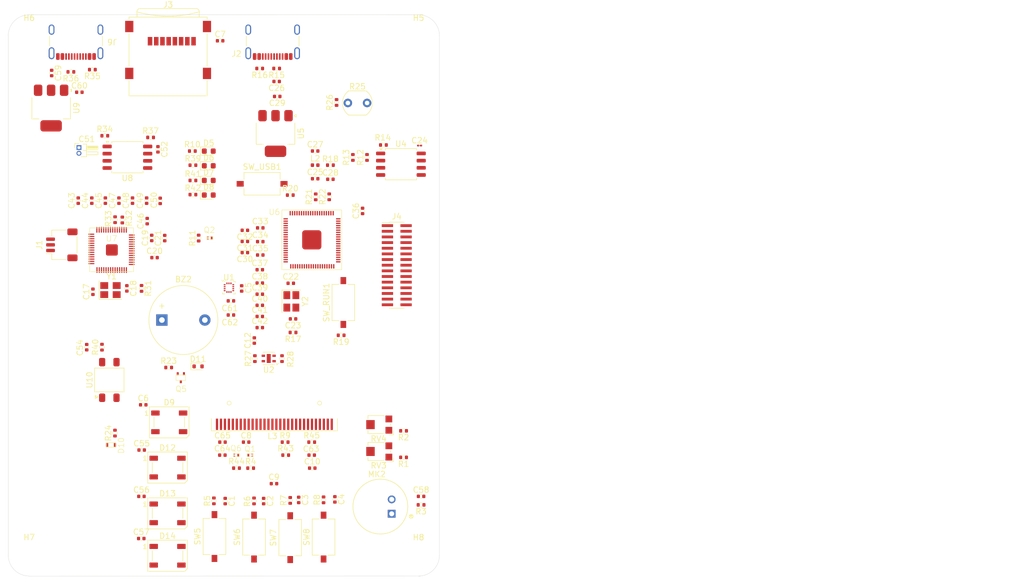
<source format=kicad_pcb>
(kicad_pcb (version 20241229) (generator "pcbnew") (generator_version "9.0")
  (layers (0 "F.Cu" signal) (4 "In1.Cu" signal) (6 "In2.Cu" signal) (2 "B.Cu" signal) (13 "F.Paste" user) (15 "B.Paste" user) (5 "F.SilkS" user "F.Silkscreen") (7 "B.SilkS" user "B.Silkscreen") (1 "F.Mask" user) (3 "B.Mask" user) (25 "Edge.Cuts" user))
  (net 0 "")
  (net 1 "+3V3")
  (net 2 "Net-(BZ2--)")
  (net 3 "GND")
  (net 4 "GP_SW1")
  (net 5 "GPI_SW2")
  (net 6 "GP_SW3")
  (net 7 "GP_SW4")
  (net 8 "VBUS")
  (net 9 "VDD")
  (net 10 "Net-(L3-VCC)")
  (net 11 "/debugger_RP2040/XIN")
  (net 12 "Net-(C18-Pad1)")
  (net 13 "+1V1")
  (net 14 "/MCU_RP2350/XIN")
  (net 15 "Net-(C23-Pad1)")
  (net 16 "Net-(U6-VREG_AVDD)")
  (net 17 "Net-(U7-ADC_AVDD)")
  (net 18 "Net-(C43-Pad2)")
  (net 19 "/debugger_RP2040/~{USB_BOOT}")
  (net 20 "Net-(U10-Vcc)")
  (net 21 "Net-(MK2-+)")
  (net 22 "MIC_ADC")
  (net 23 "Net-(U9-VO)")
  (net 24 "Net-(L3-VCOMH)")
  (net 25 "Net-(L3-C1N)")
  (net 26 "Net-(L3-C1P)")
  (net 27 "Net-(L3-C2P)")
  (net 28 "Net-(L3-C2N)")
  (net 29 "Net-(D5-K)")
  (net 30 "Net-(D6-K)")
  (net 31 "Net-(D7-K)")
  (net 32 "Net-(D8-K)")
  (net 33 "GP_LED_END")
  (net 34 "Net-(D12-DIN)")
  (net 35 "Net-(D10-K)")
  (net 36 "Net-(D12-DOUT)")
  (net 37 "Net-(D13-DOUT)")
  (net 39 "SWCLK")
  (net 40 "/debugger_RP2040/USB_D-")
  (net 41 "Net-(J2-CC1)")
  (net 42 "/debugger_RP2040/USB_D+")
  (net 43 "Net-(J2-CC2)")
  (net 48 "GP_SD_DAT3")
  (net 49 "CLK")
  (net 50 "GP_SD_DAT1")
  (net 51 "GP_SD_DAT0")
  (net 52 "GP_SD_DAT2")
  (net 53 "GP_SD_CMD")
  (net 54 "/MCU_RP2350/GPIO31")
  (net 55 "/MCU_RP2350/GPIO45_ADC5")
  (net 56 "SWDIO")
  (net 57 "/MCU_RP2350/GPIO46_ADC6")
  (net 58 "/MCU_RP2350/GPIO39")
  (net 59 "/MCU_RP2350/GPIO36")
  (net 60 "/MCU_RP2350/GPIO47_ADC7")
  (net 61 "/MCU_RP2350/RUN")
  (net 62 "/MCU_RP2350/GPIO35")
  (net 63 "/MCU_RP2350/GPIO30")
  (net 64 "/MCU_RP2350/GPIO38")
  (net 65 "/MCU_RP2350/GPIO44_ADC4")
  (net 66 "/MCU_RP2350/GPIO37")
  (net 67 "/MCU_RP2350/GPIO34")
  (net 68 "/MCU_RP2350/USB_D+")
  (net 69 "/MCU_RP2350/USB_D-")
  (net 70 "Net-(U6-VREG_LX)")
  (net 71 "GP_TELA")
  (net 72 "Net-(Q1-D)")
  (net 74 "GP_MOSFET")
  (net 75 "Net-(Q5-B)")
  (net 76 "Net-(L3-VDDB)")
  (net 77 "Net-(R1-Pad2)")
  (net 78 "VCC")
  (net 79 "Net-(R2-Pad2)")
  (net 80 "MOSI")
  (net 81 "GP_RED_LED")
  (net 82 "/MCU_RP2350/QSPI_SS")
  (net 83 "/MCU_RP2350/FLASH_SS")
  (net 84 "/MCU_RP2350/GPIO21")
  (net 85 "/MCU_RP2350/XOUT")
  (net 86 "Net-(R19-Pad1)")
  (net 87 "Net-(U6-QSPI_SS)")
  (net 88 "/MCU_RP2350/~{USB_BOOT}")
  (net 89 "Net-(U6-USB_DP)")
  (net 90 "Net-(U6-USD_DM)")
  (net 91 "GP_BUZZER")
  (net 92 "GP_IR_EMITTER")
  (net 93 "Net-(R25-Pad1)")
  (net 94 "ADC_LDR")
  (net 95 "I2C_SDA")
  (net 96 "I2C_SCL")
  (net 97 "/debugger_RP2040/XOUT")
  (net 98 "Net-(U7-USB_DM)")
  (net 99 "Net-(U7-USB_DP)")
  (net 100 "/debugger_RP2040/QSPI_SS")
  (net 101 "GP_YELLOW_LED")
  (net 102 "GP_GREEN_LED")
  (net 103 "GP_BLUE_LED")
  (net 104 "SCLK")
  (net 105 "Net-(L3-IREF)")
  (net 106 "ADC_TRIM1")
  (net 107 "ADC_TRIM2")
  (net 108 "Net-(U6-RUN)")
  (net 109 "CS_ACCEL")
  (net 110 "MISO")
  (net 111 "ACEL_INT2")
  (net 112 "ACEL_INT1")
  (net 113 "/MCU_RP2350/QSPI_SD2")
  (net 114 "/MCU_RP2350/QSPI_SD3")
  (net 115 "/MCU_RP2350/QSPI_SD0")
  (net 116 "/MCU_RP2350/QSPI_SCLK")
  (net 117 "/MCU_RP2350/QSPI_SD1")
  (net 118 "CS_TELA")
  (net 119 "GP_EMITTER")
  (net 120 "RES#_TELA")
  (net 121 "UART0 RX")
  (net 122 "UART0 TX")
  (net 123 "GP_SW2")
  (net 124 "GP_IR_RECEIVER")
  (net 125 "/debugger_RP2040/QSPI_SD2")
  (net 126 "/debugger_RP2040/QSPI_SD0")
  (net 127 "/debugger_RP2040/QSPI_SD1")
  (net 128 "/debugger_RP2040/QSPI_SCLK")
  (net 129 "/debugger_RP2040/QSPI_SD3")
  (net 163 "Net-(J6-CC2)")
  (net 164 "Net-(J6-CC1)")
  (footprint "Crystal:Crystal_SMD_Abracon_ABM8AIG-4Pin_3.2x2.5mm" (layer "F.Cu") (at 132.2 89.7)
    (property "Reference" "Y1")
    (property "Value" "ABM8-272-T3")
  )
  (footprint "Resistor_SMD:R_0402_1005Metric" (layer "F.Cu") (at 146.6875 65.11)
    (property "Reference" "R10")
    (property "Value" "220")
  )
  (footprint "Display:OLED-128O064D" (layer "F.Cu") (at 161.2 113.445)
    (property "Reference" "L3")
    (property "Value" "~")
  )
  (footprint "Package_LGA:LGA-14_2x2mm_P0.35mm_LayoutBorder3x4y" (layer "F.Cu") (at 153.1625 89.275)
    (property "Reference" "U1")
    (property "Value" "LIS2DH12TR")
  )
  (footprint "Resistor_SMD:R_0402_1005Metric" (layer "F.Cu") (at 142.5 103.4)
    (property "Reference" "R23")
    (property "Value" "180")
  )
  (footprint "Capacitor_SMD:C_0402_1005Metric" (layer "F.Cu") (at 141.8 80.5 90)
    (property "Reference" "C21")
    (property "Value" "100n")
  )
  (footprint "Capacitor_SMD:C_0402_1005Metric" (layer "F.Cu") (at 152 118.9)
    (property "Reference" "C64")
    (property "Value" "1u")
  )
  (footprint "Button_Switch_SMD:SW_Tactile_SPST_NO_Straight_CK_PTS636Sx25SMTRLFS" (layer "F.Cu") (at 157.6 133.4 90)
    (property "Reference" "SW6")
    (property "Value" "SW_Push")
  )
  (footprint "Resistor_SMD:R_0402_1005Metric" (layer "F.Cu") (at 184.05 114.6 180)
    (property "Reference" "R2")
    (property "Value" "200")
  )
  (footprint "Button_Switch_SMD:SW_Tactile_SPST_NO_Straight_CK_PTS636Sx25SMTRLFS" (layer "F.Cu") (at 159.025 70.9)
    (property "Reference" "SW_USB1")
    (property "Value" "SW_Push")
  )
  (footprint "Connector_Card:microSD_HC_Wuerth_693072010801" (layer "F.Cu") (at 142.4 47.2225)
    (property "Reference" "J3")
    (property "Value" "Micro_SD_Card")
  )
  (footprint "Resistor_SMD:R_0402_1005Metric" (layer "F.Cu") (at 154.5 121.2 180)
    (property "Reference" "R44")
    (property "Value" "47K")
  )
  (footprint "Capacitor_SMD:C_0402_1005Metric" (layer "F.Cu") (at 138 110)
    (property "Reference" "C6")
    (property "Value" "100n")
  )
  (footprint "Crystal:Crystal_SMD_Abracon_ABM8AIG-4Pin_3.2x2.5mm" (layer "F.Cu") (at 164.2 91.7 -90)
    (property "Reference" "Y2")
    (property "Value" "ABM8-272-T3")
  )
  (footprint "Capacitor_SMD:C_0402_1005Metric" (layer "F.Cu") (at 137.68 126.2)
    (property "Reference" "C56")
    (property "Value" "100n")
  )
  (footprint "Resistor_SMD:R_0402_1005Metric" (layer "F.Cu") (at 150.5 126.99 90)
    (property "Reference" "R5")
    (property "Value" "10k")
  )
  (footprint "Connector_USB:USB_C_Receptacle_GCT_USB4105-xx-A_16P_TopMnt_Horizontal" (layer "F.Cu") (at 160.9 44.7 180)
    (property "Reference" "J2")
    (property "Value" "USB_C_Receptacle_USB2.0_16P")
  )
  (footprint "Capacitor_SMD:C_0402_1005Metric" (layer "F.Cu") (at 168.41 65.1)
    (property "Reference" "C27")
    (property "Value" "4.7u")
  )
  (footprint "Resistor_SMD:R_0402_1005Metric" (layer "F.Cu") (at 173.01 97.7 180)
    (property "Reference" "R19")
    (property "Value" "1k")
  )
  (footprint "Connector_JST:JST_SH_SM03B-SRSS-TB_1x03-1MP_P1.00mm_Horizontal" (layer "F.Cu") (at 123.6 81.7 90)
    (property "Reference" "J1")
    (property "Value" "SM03B-SRSS-TB")
  )
  (footprint "Resistor_SMD:R_0402_1005Metric" (layer "F.Cu") (at 170.9 73.2 90)
    (property "Reference" "R22")
    (property "Value" "27")
  )
  (footprint "Resistor_SMD:R_0402_1005Metric" (layer "F.Cu") (at 146.7875 70.31)
    (property "Reference" "R41")
    (property "Value" "220")
  )
  (footprint "Resistor_SMD:R_0402_1005Metric" (layer "F.Cu") (at 161.6 50.5 180)
    (property "Reference" "R15")
    (property "Value" "5.1k")
  )
  (footprint "Capacitor_SMD:C_0402_1005Metric" (layer "F.Cu") (at 159.3 127.025 -90)
    (property "Reference" "C2")
    (property "Value" "~")
  )
  (footprint "componentes_personalizados:mosfet-DMN2600UFB-7" (layer "F.Cu") (at 149.8 83.4875)
    (property "Reference" "Q2")
    (property "Value" "Q_NMOS_GSD")
  )
  (footprint "LED_SMD:LED_WS2812B_PLCC4_5.0x5.0mm_P3.2mm" (layer "F.Cu") (at 142.3 136.7)
    (property "Reference" "D14")
    (property "Value" "WS2812B")
  )
  (footprint "Connector_PinHeader_1.00mm:PinHeader_1x02_P1.00mm_Horizontal" (layer "F.Cu") (at 126.625 64.5)
    (property "Reference" "C51")
    (property "Value" "~")
  )
  (footprint "Resistor_SMD:R_0402_1005Metric" (layer "F.Cu") (at 164.01 72.9)
    (property "Reference" "R20")
    (property "Value" "1k")
  )
  (footprint "Inductor_SMD:L_0402_1005Metric" (layer "F.Cu") (at 168.41 67.6)
    (property "Reference" "L2")
    (property "Value" "3.3u")
  )
  (footprint "Capacitor_SMD:C_0402_1005Metric" (layer "F.Cu") (at 156.2 116.6)
    (property "Reference" "C8")
    (property "Value" "1u")
  )
  (footprint "componentes_personalizados:MIC_CMA-4544PF-W" (layer "F.Cu") (at 179.95 128)
    (property "Reference" "MK2")
    (property "Value" "CMA-4544PF-W")
  )
  (footprint "Capacitor_SMD:C_0402_1005Metric" (layer "F.Cu") (at 129.1 90 90)
    (property "Reference" "C17")
    (property "Value" "15P")
  )
  (footprint "Resistor_SMD:R_0402_1005Metric" (layer "F.Cu") (at 184.05 119.3 180)
    (property "Reference" "R1")
    (property "Value" "200")
  )
  (footprint "Capacitor_SMD:C_0402_1005Metric" (layer "F.Cu") (at 137.65 133.65)
    (property "Reference" "C57")
    (property "Value" "100n")
  )
  (footprint "Diode_SMD:D_SOD-523" (layer "F.Cu") (at 147.7 103.2)
    (property "Reference" "D11")
    (property "Value" "7V")
  )
  (footprint "Resistor_SMD:R_0402_1005Metric" (layer "F.Cu") (at 129 50.7 180)
    (property "Reference" "R35")
    (property "Value" "5.1k")
  )
  (footprint "componentes_personalizados:RP2350B" (layer "F.Cu") (at 168 83.3)
    (property "Reference" "U6")
    (property "Value" "~")
  )
  (footprint "Capacitor_SMD:C_0402_1005Metric" (layer "F.Cu") (at 161.6 52.8 180)
    (property "Reference" "C26")
    (property "Value" "10u")
  )
  (footprint "Capacitor_SMD:C_0402_1005Metric" (layer "F.Cu") (at 152.5 127.025 -90)
    (property "Reference" "C1")
    (property "Value" "~")
  )
  (footprint "Capacitor_SMD:C_0402_1005Metric" (layer "F.Cu") (at 158.62 92.4)
    (property "Reference" "C40")
    (property "Value" "100n")
  )
  (footprint "Capacitor_SMD:C_0402_1005Metric" (layer "F.Cu") (at 138.7 77.5 90)
    (property "Reference" "C46")
    (property "Value" "1u")
  )
  (footprint "Capacitor_SMD:C_0402_1005Metric" (layer "F.Cu") (at 126.5 73.88 90)
    (property "Reference" "C43")
    (property "Value" "100n")
  )
  (footprint "Capacitor_SMD:C_0402_1005Metric" (layer "F.Cu") (at 158.62 94.37)
    (property "Reference" "C41")
    (property "Value" "100n")
  )
  (footprint "Resistor_SMD:R_0402_1005Metric" (layer "F.Cu") (at 134.3 77.3 -90)
    (property "Reference" "R32")
    (property "Value" "27.4")
  )
  (footprint "Resistor_SMD:R_0402_1005Metric" (layer "F.Cu") (at 167.8 116.6)
    (property "Reference" "R45")
    (property "Value" "560K")
  )
  (footprint "Resistor_SMD:R_0402_1005Metric" (layer "F.Cu") (at 171.11 67.6 180)
    (property "Reference" "R18")
    (property "Value" "33")
  )
  (footprint "Capacitor_SMD:C_0402_1005Metric" (layer "F.Cu") (at 153.5125 94.1125)
    (property "Reference" "C62")
    (property "Value" "0.1u")
  )
  (footprint "componentes_personalizados:transistor - DTC014E SOT-416FL" (layer "F.Cu") (at 144.7 105.2 180)
    (property "Reference" "Q5")
    (property "Value" "NPN")
  )
  (footprint "Capacitor_SMD:C_0402_1005Metric" (layer "F.Cu") (at 158.7 81.13)
    (property "Reference" "C34")
    (property "Value" "100n")
  )
  (footprint "Capacitor_SMD:C_0402_1005Metric" (layer "F.Cu") (at 158.62 86.1)
    (property "Reference" "C37")
    (property "Value" "100n")
  )
  (footprint "Button_Switch_SMD:SW_Tactile_SPST_NO_Straight_CK_PTS636Sx25SMTRLFS" (layer "F.Cu") (at 164 133.5 90)
    (property "Reference" "SW7")
    (property "Value" "SW_Push")
  )
  (footprint "componentes_personalizados:mosfet-DMN2600UFB-7" (layer "F.Cu") (at 154.5 121.9)
    (property "Reference" "Q6")
    (property "Value" "Q_NMOS_SGD")
  )
  (footprint "Resistor_SMD:R_0402_1005Metric" (layer "F.Cu") (at 164 126.91 90)
    (property "Reference" "R7")
    (property "Value" "10k")
  )
  (footprint "Resistor_SMD:R_0402_1005Metric" (layer "F.Cu") (at 133.02 77.25125 -90)
    (property "Reference" "R33")
    (property "Value" "27.4")
  )
  (footprint "Capacitor_SMD:C_0402_1005Metric" (layer "F.Cu") (at 155.98 83.07 180)
    (property "Reference" "C30")
    (property "Value" "100n")
  )
  (footprint "Capacitor_SMD:C_0402_1005Metric" (layer "F.Cu") (at 140.6 64.8 -90)
    (property "Reference" "C52")
    (property "Value" "100n")
  )
  (footprint "Resistor_SMD:R_0402_1005Metric" (layer "F.Cu") (at 157.75 101.825 90)
    (property "Reference" "R27")
    (property "Value" "4.7k")
  )
  (footprint "Resistor_SMD:R_0402_1005Metric" (layer "F.Cu") (at 157.6 127 90)
    (property "Reference" "R6")
    (property "Value" "10k")
  )
  (footprint "OptoDevice:R_LDR_5.1x4.3mm_P3.4mm_Vertical" (layer "F.Cu") (at 174.2 56.6)
    (property "Reference" "R25")
    (property "Value" "LDR07")
  )
  (footprint "LED_SMD:LED_WS2812B_PLCC4_5.0x5.0mm_P3.2mm" (layer "F.Cu") (at 142.3 121.1)
    (property "Reference" "D12")
    (property "Value" "WS2812B")
  )
  (footprint "Capacitor_SMD:C_0402_1005Metric" (layer "F.Cu") (at 135.1 89.4 -90)
    (property "Reference" "C18")
    (property "Value" "15P")
  )
  (footprint "Resistor_SMD:R_0402_1005Metric" (layer "F.Cu") (at 163.2 118.9)
    (property "Reference" "R43")
    (property "Value" "4.7K")
  )
  (footprint "Capacitor_SMD:C_0402_1005Metric" (layer "F.Cu") (at 139.5 80.48 90)
    (property "Reference" "C19")
    (property "Value" "100n")
  )
  (footprint "Capacitor_SMD:C_0402_1005Metric" (layer "F.Cu") (at 158.7 83.5)
    (property "Reference" "C35")
    (property "Value" "100n")
  )
  (footprint "Capacitor_SMD:C_0402_1005Metric" (layer "F.Cu") (at 167.8 118.9)
    (property "Reference" "C63")
    (property "Value" "4.7uF")
  )
  (footprint "componentes_personalizados:IR_emitter_B13V1IR--20C000114U1930" (layer "F.Cu") (at 129.3 117.2 -90)
    (property "Reference" "D10")
    (property "Value" "IRL81A")
  )
  (footprint "Capacitor_SMD:C_0402_1005Metric" (layer "F.Cu") (at 158.62 88.46)
    (property "Reference" "C38")
    (property "Value" "100n")
  )
  (footprint "MountingHole:MountingHole_2.2mm_M2" (layer "F.Cu") (at 186.7 44.7)
    (property "Reference" "H5")
    (property "Value" "MountingHole")
  )
  (footprint "Capacitor_SMD:C_0402_1005Metric" (layer "F.Cu") (at 137.72 118)
    (property "Reference" "C55")
    (property "Value" "100n")
  )
  (footprint "LED_SMD:LED_WS2812B_PLCC4_5.0x5.0mm_P3.2mm" (layer "F.Cu") (at 142.3 129.2)
    (property "Reference" "D13")
    (property "Value" "WS2812B")
  )
  (footprint "Capacitor_SMD:C_0402_1005Metric" (layer "F.Cu") (at 136.1 73.88 90)
    (property "Reference" "C48")
    (property "Value" "100n")
  )
  (footprint "LED_SMD:LED_WS2812B_PLCC4_5.0x5.0mm_P3.2mm" (layer "F.Cu") (at 142.6 113.1)
    (property "Reference" "D9")
    (property "Value" "WS2812B")
  )
  (footprint "Button_Switch_SMD:SW_Tactile_SPST_NO_Straight_CK_PTS636Sx25SMTRLFS" (layer "F.Cu") (at 169.9 133.4 90)
    (property "Reference" "SW8")
    (property "Value" "SW_Push")
  )
  (footprint "Capacitor_SMD:C_0402_1005Metric" (layer "F.Cu") (at 155.4125 89.4125 90)
    (property "Reference" "C5")
    (property "Value" "0.1u")
  )
  (footprint "Potentiometer_SMD:Potentiometer_Bourns_TC33X_Vertical" (layer "F.Cu") (at 179.65 118.25 180)
    (property "Reference" "RV3")
    (property "Value" "2k")
  )
  (footprint "Capacitor_SMD:C_0402_1005Metric" (layer "F.Cu") (at 152.02 116.6)
    (property "Reference" "C65")
    (property "Value" "1u")
  )
  (footprint "Capacitor_SMD:C_0402_1005Metric" (layer "F.Cu") (at 158.62 96.34)
    (property "Reference" "C42")
    (property "Value" "100n")
  )
  (footprint "Capacitor_SMD:C_0402_1005Metric" (layer "F.Cu") (at 155.98 81.1 180)
    (property "Reference" "C31")
    (property "Value" "4.7u")
  )
  (footprint "Resistor_SMD:R_0402_1005Metric" (layer "F.Cu") (at 131.2 62.4)
    (property "Reference" "R34")
    (property "Value" "1K")
  )
  (footprint "Capacitor_SMD:C_0402_1005Metric" (layer "F.Cu") (at 155.98 79.13 180)
    (property "Reference" "C32")
    (property "Value" "100n")
  )
  (footprint "MountingHole:MountingHole_2.2mm_M2" (layer "F.Cu") (at 186.7 136.6)
    (property "Reference" "H8")
    (property "Value" "MountingHole")
  )
  (footprint "Resistor_SMD:R_0402_1005Metric" (layer "F.Cu") (at 137.7 89.4 -90)
    (property "Reference" "R31")
    (property "Value" "1k")
  )
  (footprint "Capacitor_SMD:C_0402_1005Metric" (layer "F.Cu") (at 153.5125 91.6125)
    (property "Reference" "C61")
    (property "Value" "10u")
  )
  (footprint "Capacitor_SMD:C_0402_1005Metric" (layer "F.Cu") (at 128 99.8 -90)
    (property "Reference" "C54")
    (property "Value" "0.22u")
  )
  (footprint "Capacitor_SMD:C_0402_1005Metric" (layer "F.Cu") (at 164.1 88.5)
    (property "Reference" "C22")
    (property "Value" "15p")
  )
  (footprint "Capacitor_SMD:C_0402_1005Metric" (layer "F.Cu") (at 151.6 45.6)
    (property "Reference" "C7")
    (property "Value" "10u")
  )
  (footprint "Capacitor_SMD:C_0402_1005Metric" (layer "F.Cu") (at 187.15 126.2)
    (property "Reference" "C58")
    (property "Value" "1u")
  )
  (footprint "Potentiometer_SMD:Potentiometer_Bourns_TC33X_Vertical" (layer "F.Cu") (at 179.65 113.5 180)
    (property "Reference" "RV4")
    (property "Value" "2k")
  )
  (footprint "MountingHole:MountingHole_2.2mm_M2" (layer "F.Cu") (at 117.808161 44.7)
    (property "Reference" "H6")
    (property "Value" "MountingHole")
  )
  (footprint "Resistor_SMD:R_0402_1005Metric" (layer "F.Cu") (at 162.55 101.825 90)
    (property "Reference" "R28")
    (property "Value" "4.7k")
  )
  (footprint "Capacitor_SMD:C_0402_1005Metric" (layer "F.Cu") (at 157.65 98.625 90)
    (property "Reference" "C12")
    (property "Value" "0.1u")
  )
  (footprint "componentes_personalizados:RP2040" (layer "F.Cu") (at 132.4 82.6)
    (property "Reference" "U7")
    (property "Value" "RP2040")
  )
  (footprint "Capacitor_SMD:C_0402_1005Metric" (layer "F.Cu") (at 164.5 94.8 180)
    (property "Reference" "C23")
    (property "Value" "15p")
  )
  (footprint "Resistor_SMD:R_0402_1005Metric" (layer "F.Cu") (at 146.7875 72.81)
    (property "Reference" "R42")
    (property "Value" "220")
  )
  (footprint "Resistor_SMD:R_0402_1005Metric" (layer "F.Cu") (at 175.0875 66.235 90)
    (property "Reference" "R13")
    (property "Value" "DNF")
  )
  (footprint "Resistor_SMD:R_0402_1005Metric" (layer "F.Cu") (at 139.3 62.7)
    (property "Reference" "R37")
    (property "Value" "DNF")
  )
  (footprint "Resistor_SMD:R_0402_1005Metric" (layer "F.Cu") (at 172.2 56.51 -90)
    (property "Reference" "R26")
    (property "Value" "1k")
  )
  (footprint "Resistor_SMD:R_0402_1005Metric" (layer "F.Cu") (at 125.2 51.1 180)
    (property "Reference" "R36")
    (property "Value" "5.1k")
  )
  (footprint "OptoDevice:Everlight_IRM-H6xxT" (layer "F.Cu") (at 132 105.6 90)
    (property "Reference" "U10")
    (property "Value" "IRM-H6xxT")
  )
  (footprint "Capacitor_SMD:C_0402_1005Metric" (layer "F.Cu") (at 161.7 55.45 180)
    (property "Reference" "C29")
    (property "Value" "10u")
  )
  (footprint "Capacitor_SMD:C_0402_1005Metric" (layer "F.Cu") (at 141 73.92 90)
    (property "Reference" "C50")
    (property "Value" "100n")
  )
  (footprint "Buzzer_Beeper:Buzzer_12x9.5RM7.6" (layer "F.Cu") (at 141.3 95)
    (property "Reference" "BZ2")
    (property "Value" "Buzzer")
  )
  (footprint "Capacitor_SMD:C_0402_1005Metric" (layer "F.Cu") (at 161.13 123.945)
    (property "Reference" "C9")
    (property "Value" "1u")
  )
  (footprint "Resistor_SMD:R_0402_1005Metric" (layer "F.Cu") (at 177.5875 66.235 90)
    (property "Reference" "R12")
    (property "Value" "DNF")
  )
  (footprint "Resistor_SMD:R_0402_1005Metric" (layer "F.Cu") (at 169.9 126.81 90)
    (property "Reference" "R8")
    (property "Value" "10k")
  )
  (footprint "Resistor_SMD:R_0402_1005Metric" (layer "F.Cu") (at 157 121.2)
    (property "Reference" "R4")
    (property "Value" "47K")
  )
  (footprint "Capacitor_SMD:C_0402_1005Metric" (layer "F.Cu") (at 131.3 73.88 90)
    (property "Reference" "C45")
    (property "Value" "100n")
  )
  (footprint "LED_SMD:LED_0603_1608Metric" (layer "F.Cu") (at 149.5875 67.71)
    (property "Reference" "D6")
    (property "Value" "YELLOW_LED")
  )
  (footprint "Capacitor_SMD:C_0402_1005Metric" (layer "F.Cu") (at 126.7 54.7)
    (property "Reference" "C60")
    (property "Value" "10u")
  )
  (footprint "LED_SMD:LED_0603_1608Metric" (layer "F.Cu") (at 149.5875 72.89)
    (property "Reference" "D8")
    (property "Value" "BLUE_LED")
  )
  (footprint "Connector_PinHeader_1.00mm:PinHeader_2x15_P1.00mm_Vertical_SMD" (layer "F.Cu") (at 182.85 85.3)
    (property "Reference" "J4")
    (property "Value" "Conn_02x15_Odd_Even")
  )
  (footprint "Resistor_SMD:R_0402_1005Metric" (layer "F.Cu") (at 164.5 97.2 180)
    (property "Reference" "R17")
    (property "Value" "1k")
  )
  (footprint "Capacitor_SMD:C_0402_1005Metric" (layer "F.Cu") (at 168.41 70)
    (property "Reference" "C25")
    (property "Value" "4.7u")
  )
  (footprint "Package_SO:SOIC-8_5.3x5.3mm_P1.27mm" (layer "F.Cu") (at 135.2 66.2)
    (property "Reference" "U8")
    (property "Value" "W25Q128JVS")
  )
  (footprint "Resistor_SMD:R_0402_1005Metric" (layer "F.Cu") (at 168.51 73.21 90)
    (property "Reference" "R21")
    (property "Value" "27")
  )
  (footprint "Resistor_SMD:R_0402_1005Metric" (layer "F.Cu") (at 180.4875 64.035)
    (property "Reference" "R14")
    (property "Value" "DNF")
  )
  (footprint "Capacitor_SMD:C_0402_1005Metric" (layer "F.Cu") (at 165.5 126.825 -90)
    (property "Reference" "C3")
    (property "Value" "~")
  )
  (footprint "Capacitor_SMD:C_01005_0402Metric" (layer "F.Cu") (at 186.8875 64.135 180)
    (property "Reference" "C24")
    (property "Value" "100n")
  )
  (footprint "Capacitor_SMD:C_0402_1005Metric" (layer "F.Cu") (at 133.7 73.88 90)
    (property "Reference" "C47")
    (property "Value" "100n")
  )
  (footprint "LED_SMD:LED_0603_1608Metric" (layer "F.Cu") (at 149.5875 65.12)
    (property "Reference" "D5")
    (property "Value" "RED_LED")
  )
  (footprint "componentes_personalizados:mosfet-DMN2600UFB-7" (layer "F.Cu") (at 156.9 115.9 180)
    (property "Reference" "Q1")
    (property "Value" "Q_NMOS_SGD")
  )
  (footprint "Capacitor_SMD:C_0402_1005Metric" (layer "F.Cu") (at 128.9 73.88 90)
    (property "Reference" "C44")
    (property "Value" "100n")
  )
  (footprint "Resistor_SMD:R_0402_1005Metric" (layer "F.Cu") (at 158.6 50.5 180)
    (property "Reference" "R16")
    (property "Value" "5.1k")
  )
  (footprint "Package_TO_SOT_SMD:SOT-223-3_TabPin2" (layer "F.Cu") (at 161.4 62 -90)
    (property "Reference" "U5")
    (property "Value" "NCP1117-1.5_SOT223")
  )
  (footprint "Connector_USB:USB_C_Receptacle_GCT_USB4105-xx-A_16P_TopMnt_Horizontal" (layer "F.Cu") (at 126.1 44.7 180)
    (property "Reference" "J6")
    (property "Value" "USB_C_Receptacle_USB2.0_16P")
  )
  (footprint "Package_TO_SOT_SMD:SOT-223-3_TabPin2" (layer "F.Cu") (at 121.7 57.5 -90)
    (property "Reference" "U9")
    (property "Value" "NCP1117-1.5_SOT223")
  )
  (footprint "MountingHole:MountingHole_2.2mm_M2" (layer "F.Cu") (at 117.816295 136.583705)
    (property "Reference" "H7")
    (property "Value" "MountingHole")
  )
  (footprint "Resistor_SMD:R_0402_1005Metric" (layer "F.Cu") (at 130.7 99.8 90)
    (property "Reference" "R40")
    (property "Value" "100")
  )
  (footprint "Resistor_SMD:R_0402_1005Metric" (layer "F.Cu") (at 163.1 116.6)
    (property "Reference" "R9")
    (property "Value" "4.7K")
  )
  (footprint "Capacitor_SMD:C_0402_1005Metric" (layer "F.Cu") (at 171.9 126.725 -90)
    (property "Reference" "C4")
    (property "Value" "~")
  )
  (footprint "Package_SO:SOIC-8_5.3x5.3mm_P1.27mm" (layer "F.Cu") (at 183.5875 67.435)
    (property "Reference" "U4")
    (property "Value" "W25Q128JVS")
  )
  (footprint "Capacitor_SMD:C_0402_1005Metric" (layer "F.Cu") (at 158.7 78.7)
    (property "Reference" "C33")
    (property "Value" "100n")
  )
  (footprint "Capacitor_SMD:C_0402_1005Metric" (layer "F.Cu") (at 121.8 51.3 -90)
    (property "Reference" "C59")
    (property "Value" "10u")
  )
  (footprint "Resistor_SMD:R_0402_1005Metric" (layer "F.Cu") (at 133 115 90)
    (property "Reference" "R24")
    (property "Value" "220")
  )
  (footprint "Capacitor_SMD:C_0402_1005Metric" (layer "F.Cu") (at 176.8 75.7 90)
    (property "Reference" "C36")
    (property "Value" "10u")
  )
  (footprint "Resistor_SMD:R_0402_1005Metric" (layer "F.Cu") (at 147.8 80.5 -90)
    (property "Reference" "R11")
    (property "Value" "10k")
  )
  (footprint "LED_SMD:LED_0603_1608Metric" (layer "F.Cu") (at 149.5875 70.3)
    (property "Reference" "D7")
    (property "Value" "GREEN_LED")
  )
  (footprint "Resistor_SMD:R_0402_1005Metric" (layer "F.Cu") (at 187.15 127.7 180)
    (property "Reference" "R3")
    (property "Value" "2.2k")
  )
  (footprint "Capacitor_SMD:C_0402_1005Metric" (layer "F.Cu") (at 171.11 70.1)
    (property "Reference" "C28")
    (property "Value" "4.7u")
  )
  (footprint "Capacitor_SMD:C_0402_1005Metric" (layer "F.Cu") (at 167.9 121.2)
    (property "Reference" "C10")
    (property "Value" "2.2uF")
  )
  (footprint "Button_Switch_SMD:SW_Tactile_SPST_NO_Straight_CK_PTS636Sx25SMTRLFS" (layer "F.Cu") (at 173.4 91.9 90)
    (property "Reference" "SW_RUN1")
    (property "Value" "SW_Push")
  )
  (footprint "Capacitor_SMD:C_0402_1005Metric" (layer "F.Cu") (at 138.6 73.88 90)
    (property "Reference" "C49")
    (property "Value" "100n")
  )
  (footprint "Capacitor_SMD:C_0402_1005Metric" (layer "F.Cu") (at 140 83.96)
    (property "Reference" "C20")
    (property "Value" "1u")
  )
  (footprint "Capacitor_SMD:C_0402_1005Metric" (layer "F.Cu") (at 158.62 90.43)
    (property "Reference" "C39")
    (property "Value" "100n")
  )
  (footprint "Package_DFN_QFN:AMS_QFN-4-1EP_2x2mm_P0.95mm_EP0.7x1.6mm" (layer "F.Cu") (at 160.2 101.8 180)
    (property "Reference" "U2")
    (property "Value" "ENS210")
  )
  (footprint "Resistor_SMD:R_0402_1005Metric" (layer "F.Cu") (at 146.7875 67.61)
    (property "Reference" "R39")
    (property "Value" "220")
  )
  (footprint "Button_Switch_SMD:SW_Tactile_SPST_NO_Straight_CK_PTS636Sx25SMTRLFS" (layer "F.Cu") (at 150.6 133.3 90)
    (property "Reference" "SW5")
    (property "Value" "SW_Push")
  )
  (gr_arc (start 186.7 41) (mid 189.316295 42.083705) (end 190.4 44.7) (stroke (width 0.05)) (layer "Edge.Cuts"))
  (gr_arc (start 190.4 136.6) (mid 189.316295 139.216295) (end 186.7 140.3) (stroke (width 0.05)) (layer "Edge.Cuts"))
  (gr_line (start 114.119665 44.7) (end 114.1 136.583705) (stroke (width 0.05)) (layer "Edge.Cuts"))
  (gr_arc (start 114.119665 44.7) (mid 115.2 42.091839) (end 117.808161 41.011504) (stroke (width 0.05)) (layer "Edge.Cuts"))
  (gr_line (start 190.4 136.6) (end 190.4 44.7) (stroke (width 0.05)) (layer "Edge.Cuts"))
  (gr_line (start 117.816295 140.3) (end 187.046868 140.283705) (stroke (width 0.05)) (layer "Edge.Cuts"))
  (gr_arc (start 117.816295 140.283705) (mid 115.2 139.2) (end 114.116295 136.583705) (stroke (width 0.05)) (layer "Edge.Cuts"))
  (gr_line (start 186.7 41) (end 117.791239 41.011504) (stroke (width 0.05)) (layer "Edge.Cuts"))
)
</source>
